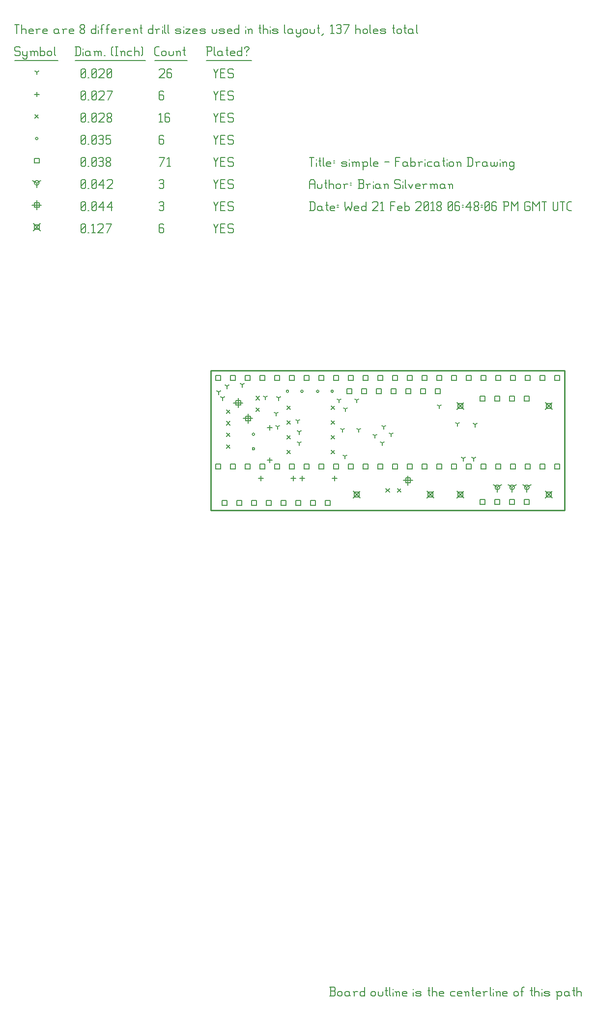
<source format=gbr>
G04 start of page 10 for group -3984 idx -3984 *
G04 Title: simple, fab *
G04 Creator: pcb 20140316 *
G04 CreationDate: Wed 21 Feb 2018 06:48:06 PM GMT UTC *
G04 For: brian *
G04 Format: Gerber/RS-274X *
G04 PCB-Dimensions (mil): 6000.00 5000.00 *
G04 PCB-Coordinate-Origin: lower left *
%MOIN*%
%FSLAX25Y25*%
%LNFAB*%
%ADD84C,0.0100*%
%ADD83C,0.0075*%
%ADD82C,0.0060*%
%ADD81C,0.0080*%
G54D81*X229600Y332400D02*X234400Y327600D01*
X229600D02*X234400Y332400D01*
X230400Y331600D02*X233600D01*
X230400D02*Y328400D01*
X233600D01*
Y331600D02*Y328400D01*
X279600Y332400D02*X284400Y327600D01*
X279600D02*X284400Y332400D01*
X280400Y331600D02*X283600D01*
X280400D02*Y328400D01*
X283600D01*
Y331600D02*Y328400D01*
X300100Y392400D02*X304900Y387600D01*
X300100D02*X304900Y392400D01*
X300900Y391600D02*X304100D01*
X300900D02*Y388400D01*
X304100D01*
Y391600D02*Y388400D01*
X360100Y392400D02*X364900Y387600D01*
X360100D02*X364900Y392400D01*
X360900Y391600D02*X364100D01*
X360900D02*Y388400D01*
X364100D01*
Y391600D02*Y388400D01*
X300100Y332400D02*X304900Y327600D01*
X300100D02*X304900Y332400D01*
X300900Y331600D02*X304100D01*
X300900D02*Y328400D01*
X304100D01*
Y331600D02*Y328400D01*
X360100Y332400D02*X364900Y327600D01*
X360100D02*X364900Y332400D01*
X360900Y331600D02*X364100D01*
X360900D02*Y328400D01*
X364100D01*
Y331600D02*Y328400D01*
X12600Y513650D02*X17400Y508850D01*
X12600D02*X17400Y513650D01*
X13400Y512850D02*X16600D01*
X13400D02*Y509650D01*
X16600D01*
Y512850D02*Y509650D01*
G54D82*X135000Y513500D02*X136500Y510500D01*
X138000Y513500D01*
X136500Y510500D02*Y507500D01*
X139800Y510800D02*X142050D01*
X139800Y507500D02*X142800D01*
X139800Y513500D02*Y507500D01*
Y513500D02*X142800D01*
X147600D02*X148350Y512750D01*
X145350Y513500D02*X147600D01*
X144600Y512750D02*X145350Y513500D01*
X144600Y512750D02*Y511250D01*
X145350Y510500D01*
X147600D01*
X148350Y509750D01*
Y508250D01*
X147600Y507500D02*X148350Y508250D01*
X145350Y507500D02*X147600D01*
X144600Y508250D02*X145350Y507500D01*
X100250Y513500D02*X101000Y512750D01*
X98750Y513500D02*X100250D01*
X98000Y512750D02*X98750Y513500D01*
X98000Y512750D02*Y508250D01*
X98750Y507500D01*
X100250Y510800D02*X101000Y510050D01*
X98000Y510800D02*X100250D01*
X98750Y507500D02*X100250D01*
X101000Y508250D01*
Y510050D02*Y508250D01*
X45000D02*X45750Y507500D01*
X45000Y512750D02*Y508250D01*
Y512750D02*X45750Y513500D01*
X47250D01*
X48000Y512750D01*
Y508250D01*
X47250Y507500D02*X48000Y508250D01*
X45750Y507500D02*X47250D01*
X45000Y509000D02*X48000Y512000D01*
X49800Y507500D02*X50550D01*
X52350Y512300D02*X53550Y513500D01*
Y507500D01*
X52350D02*X54600D01*
X56400Y512750D02*X57150Y513500D01*
X59400D01*
X60150Y512750D01*
Y511250D01*
X56400Y507500D02*X60150Y511250D01*
X56400Y507500D02*X60150D01*
X62700D02*X65700Y513500D01*
X61950D02*X65700D01*
X151693Y395417D02*Y389017D01*
X148493Y392217D02*X154893D01*
X150093Y393817D02*X153293D01*
X150093D02*Y390617D01*
X153293D01*
Y393817D02*Y390617D01*
X158307Y384857D02*Y378457D01*
X155107Y381657D02*X161507D01*
X156707Y383257D02*X159907D01*
X156707D02*Y380057D01*
X159907D01*
Y383257D02*Y380057D01*
X266843Y342893D02*Y336493D01*
X263643Y339693D02*X270043D01*
X265243Y341293D02*X268443D01*
X265243D02*Y338093D01*
X268443D01*
Y341293D02*Y338093D01*
X15000Y529450D02*Y523050D01*
X11800Y526250D02*X18200D01*
X13400Y527850D02*X16600D01*
X13400D02*Y524650D01*
X16600D01*
Y527850D02*Y524650D01*
X135000Y528500D02*X136500Y525500D01*
X138000Y528500D01*
X136500Y525500D02*Y522500D01*
X139800Y525800D02*X142050D01*
X139800Y522500D02*X142800D01*
X139800Y528500D02*Y522500D01*
Y528500D02*X142800D01*
X147600D02*X148350Y527750D01*
X145350Y528500D02*X147600D01*
X144600Y527750D02*X145350Y528500D01*
X144600Y527750D02*Y526250D01*
X145350Y525500D01*
X147600D01*
X148350Y524750D01*
Y523250D01*
X147600Y522500D02*X148350Y523250D01*
X145350Y522500D02*X147600D01*
X144600Y523250D02*X145350Y522500D01*
X98000Y527750D02*X98750Y528500D01*
X100250D01*
X101000Y527750D01*
X100250Y522500D02*X101000Y523250D01*
X98750Y522500D02*X100250D01*
X98000Y523250D02*X98750Y522500D01*
Y525800D02*X100250D01*
X101000Y527750D02*Y526550D01*
Y525050D02*Y523250D01*
Y525050D02*X100250Y525800D01*
X101000Y526550D02*X100250Y525800D01*
X45000Y523250D02*X45750Y522500D01*
X45000Y527750D02*Y523250D01*
Y527750D02*X45750Y528500D01*
X47250D01*
X48000Y527750D01*
Y523250D01*
X47250Y522500D02*X48000Y523250D01*
X45750Y522500D02*X47250D01*
X45000Y524000D02*X48000Y527000D01*
X49800Y522500D02*X50550D01*
X52350Y523250D02*X53100Y522500D01*
X52350Y527750D02*Y523250D01*
Y527750D02*X53100Y528500D01*
X54600D01*
X55350Y527750D01*
Y523250D01*
X54600Y522500D02*X55350Y523250D01*
X53100Y522500D02*X54600D01*
X52350Y524000D02*X55350Y527000D01*
X57150Y524750D02*X60150Y528500D01*
X57150Y524750D02*X60900D01*
X60150Y528500D02*Y522500D01*
X62700Y524750D02*X65700Y528500D01*
X62700Y524750D02*X66450D01*
X65700Y528500D02*Y522500D01*
X347500Y335000D02*Y331800D01*
Y335000D02*X350273Y336600D01*
X347500Y335000D02*X344727Y336600D01*
X345900Y335000D02*G75*G03X349100Y335000I1600J0D01*G01*
G75*G03X345900Y335000I-1600J0D01*G01*
X337500D02*Y331800D01*
Y335000D02*X340273Y336600D01*
X337500Y335000D02*X334727Y336600D01*
X335900Y335000D02*G75*G03X339100Y335000I1600J0D01*G01*
G75*G03X335900Y335000I-1600J0D01*G01*
X327500D02*Y331800D01*
Y335000D02*X330273Y336600D01*
X327500Y335000D02*X324727Y336600D01*
X325900Y335000D02*G75*G03X329100Y335000I1600J0D01*G01*
G75*G03X325900Y335000I-1600J0D01*G01*
X15000Y541250D02*Y538050D01*
Y541250D02*X17773Y542850D01*
X15000Y541250D02*X12227Y542850D01*
X13400Y541250D02*G75*G03X16600Y541250I1600J0D01*G01*
G75*G03X13400Y541250I-1600J0D01*G01*
X135000Y543500D02*X136500Y540500D01*
X138000Y543500D01*
X136500Y540500D02*Y537500D01*
X139800Y540800D02*X142050D01*
X139800Y537500D02*X142800D01*
X139800Y543500D02*Y537500D01*
Y543500D02*X142800D01*
X147600D02*X148350Y542750D01*
X145350Y543500D02*X147600D01*
X144600Y542750D02*X145350Y543500D01*
X144600Y542750D02*Y541250D01*
X145350Y540500D01*
X147600D01*
X148350Y539750D01*
Y538250D01*
X147600Y537500D02*X148350Y538250D01*
X145350Y537500D02*X147600D01*
X144600Y538250D02*X145350Y537500D01*
X98000Y542750D02*X98750Y543500D01*
X100250D01*
X101000Y542750D01*
X100250Y537500D02*X101000Y538250D01*
X98750Y537500D02*X100250D01*
X98000Y538250D02*X98750Y537500D01*
Y540800D02*X100250D01*
X101000Y542750D02*Y541550D01*
Y540050D02*Y538250D01*
Y540050D02*X100250Y540800D01*
X101000Y541550D02*X100250Y540800D01*
X45000Y538250D02*X45750Y537500D01*
X45000Y542750D02*Y538250D01*
Y542750D02*X45750Y543500D01*
X47250D01*
X48000Y542750D01*
Y538250D01*
X47250Y537500D02*X48000Y538250D01*
X45750Y537500D02*X47250D01*
X45000Y539000D02*X48000Y542000D01*
X49800Y537500D02*X50550D01*
X52350Y538250D02*X53100Y537500D01*
X52350Y542750D02*Y538250D01*
Y542750D02*X53100Y543500D01*
X54600D01*
X55350Y542750D01*
Y538250D01*
X54600Y537500D02*X55350Y538250D01*
X53100Y537500D02*X54600D01*
X52350Y539000D02*X55350Y542000D01*
X57150Y539750D02*X60150Y543500D01*
X57150Y539750D02*X60900D01*
X60150Y543500D02*Y537500D01*
X62700Y542750D02*X63450Y543500D01*
X65700D01*
X66450Y542750D01*
Y541250D01*
X62700Y537500D02*X66450Y541250D01*
X62700Y537500D02*X66450D01*
X136400Y350600D02*X139600D01*
X136400D02*Y347400D01*
X139600D01*
Y350600D02*Y347400D01*
X146400Y350600D02*X149600D01*
X146400D02*Y347400D01*
X149600D01*
Y350600D02*Y347400D01*
X156400Y350600D02*X159600D01*
X156400D02*Y347400D01*
X159600D01*
Y350600D02*Y347400D01*
X166400Y350600D02*X169600D01*
X166400D02*Y347400D01*
X169600D01*
Y350600D02*Y347400D01*
X176400Y350600D02*X179600D01*
X176400D02*Y347400D01*
X179600D01*
Y350600D02*Y347400D01*
X186400Y350600D02*X189600D01*
X186400D02*Y347400D01*
X189600D01*
Y350600D02*Y347400D01*
X196400Y350600D02*X199600D01*
X196400D02*Y347400D01*
X199600D01*
Y350600D02*Y347400D01*
X206400Y350600D02*X209600D01*
X206400D02*Y347400D01*
X209600D01*
Y350600D02*Y347400D01*
X216400Y350600D02*X219600D01*
X216400D02*Y347400D01*
X219600D01*
Y350600D02*Y347400D01*
X226400Y350600D02*X229600D01*
X226400D02*Y347400D01*
X229600D01*
Y350600D02*Y347400D01*
X236400Y350600D02*X239600D01*
X236400D02*Y347400D01*
X239600D01*
Y350600D02*Y347400D01*
X246400Y350600D02*X249600D01*
X246400D02*Y347400D01*
X249600D01*
Y350600D02*Y347400D01*
X256400Y350600D02*X259600D01*
X256400D02*Y347400D01*
X259600D01*
Y350600D02*Y347400D01*
X266400Y350600D02*X269600D01*
X266400D02*Y347400D01*
X269600D01*
Y350600D02*Y347400D01*
X276400Y350600D02*X279600D01*
X276400D02*Y347400D01*
X279600D01*
Y350600D02*Y347400D01*
X286400Y350600D02*X289600D01*
X286400D02*Y347400D01*
X289600D01*
Y350600D02*Y347400D01*
X296400Y350600D02*X299600D01*
X296400D02*Y347400D01*
X299600D01*
Y350600D02*Y347400D01*
X306400Y350600D02*X309600D01*
X306400D02*Y347400D01*
X309600D01*
Y350600D02*Y347400D01*
X316400Y350600D02*X319600D01*
X316400D02*Y347400D01*
X319600D01*
Y350600D02*Y347400D01*
X326400Y350600D02*X329600D01*
X326400D02*Y347400D01*
X329600D01*
Y350600D02*Y347400D01*
X336400Y350600D02*X339600D01*
X336400D02*Y347400D01*
X339600D01*
Y350600D02*Y347400D01*
X346400Y350600D02*X349600D01*
X346400D02*Y347400D01*
X349600D01*
Y350600D02*Y347400D01*
X356400Y350600D02*X359600D01*
X356400D02*Y347400D01*
X359600D01*
Y350600D02*Y347400D01*
X366400Y350600D02*X369600D01*
X366400D02*Y347400D01*
X369600D01*
Y350600D02*Y347400D01*
X366400Y410600D02*X369600D01*
X366400D02*Y407400D01*
X369600D01*
Y410600D02*Y407400D01*
X356400Y410600D02*X359600D01*
X356400D02*Y407400D01*
X359600D01*
Y410600D02*Y407400D01*
X346400Y410600D02*X349600D01*
X346400D02*Y407400D01*
X349600D01*
Y410600D02*Y407400D01*
X336400Y410600D02*X339600D01*
X336400D02*Y407400D01*
X339600D01*
Y410600D02*Y407400D01*
X326400Y410600D02*X329600D01*
X326400D02*Y407400D01*
X329600D01*
Y410600D02*Y407400D01*
X316400Y410600D02*X319600D01*
X316400D02*Y407400D01*
X319600D01*
Y410600D02*Y407400D01*
X306400Y410600D02*X309600D01*
X306400D02*Y407400D01*
X309600D01*
Y410600D02*Y407400D01*
X296400Y410600D02*X299600D01*
X296400D02*Y407400D01*
X299600D01*
Y410600D02*Y407400D01*
X286400Y410600D02*X289600D01*
X286400D02*Y407400D01*
X289600D01*
Y410600D02*Y407400D01*
X276400Y410600D02*X279600D01*
X276400D02*Y407400D01*
X279600D01*
Y410600D02*Y407400D01*
X266400Y410600D02*X269600D01*
X266400D02*Y407400D01*
X269600D01*
Y410600D02*Y407400D01*
X256400Y410600D02*X259600D01*
X256400D02*Y407400D01*
X259600D01*
Y410600D02*Y407400D01*
X246400Y410600D02*X249600D01*
X246400D02*Y407400D01*
X249600D01*
Y410600D02*Y407400D01*
X236400Y410600D02*X239600D01*
X236400D02*Y407400D01*
X239600D01*
Y410600D02*Y407400D01*
X226400Y410600D02*X229600D01*
X226400D02*Y407400D01*
X229600D01*
Y410600D02*Y407400D01*
X216400Y410600D02*X219600D01*
X216400D02*Y407400D01*
X219600D01*
Y410600D02*Y407400D01*
X206400Y410600D02*X209600D01*
X206400D02*Y407400D01*
X209600D01*
Y410600D02*Y407400D01*
X196400Y410600D02*X199600D01*
X196400D02*Y407400D01*
X199600D01*
Y410600D02*Y407400D01*
X186400Y410600D02*X189600D01*
X186400D02*Y407400D01*
X189600D01*
Y410600D02*Y407400D01*
X176400Y410600D02*X179600D01*
X176400D02*Y407400D01*
X179600D01*
Y410600D02*Y407400D01*
X166400Y410600D02*X169600D01*
X166400D02*Y407400D01*
X169600D01*
Y410600D02*Y407400D01*
X156400Y410600D02*X159600D01*
X156400D02*Y407400D01*
X159600D01*
Y410600D02*Y407400D01*
X146400Y410600D02*X149600D01*
X146400D02*Y407400D01*
X149600D01*
Y410600D02*Y407400D01*
X136400Y410600D02*X139600D01*
X136400D02*Y407400D01*
X139600D01*
Y410600D02*Y407400D01*
X140900Y326100D02*X144100D01*
X140900D02*Y322900D01*
X144100D01*
Y326100D02*Y322900D01*
X150900Y326100D02*X154100D01*
X150900D02*Y322900D01*
X154100D01*
Y326100D02*Y322900D01*
X160900Y326100D02*X164100D01*
X160900D02*Y322900D01*
X164100D01*
Y326100D02*Y322900D01*
X170900Y326100D02*X174100D01*
X170900D02*Y322900D01*
X174100D01*
Y326100D02*Y322900D01*
X180900Y326100D02*X184100D01*
X180900D02*Y322900D01*
X184100D01*
Y326100D02*Y322900D01*
X190900Y326100D02*X194100D01*
X190900D02*Y322900D01*
X194100D01*
Y326100D02*Y322900D01*
X200900Y326100D02*X204100D01*
X200900D02*Y322900D01*
X204100D01*
Y326100D02*Y322900D01*
X210900Y326100D02*X214100D01*
X210900D02*Y322900D01*
X214100D01*
Y326100D02*Y322900D01*
X225400Y401600D02*X228600D01*
X225400D02*Y398400D01*
X228600D01*
Y401600D02*Y398400D01*
X235400Y401600D02*X238600D01*
X235400D02*Y398400D01*
X238600D01*
Y401600D02*Y398400D01*
X245400Y401600D02*X248600D01*
X245400D02*Y398400D01*
X248600D01*
Y401600D02*Y398400D01*
X255400Y401600D02*X258600D01*
X255400D02*Y398400D01*
X258600D01*
Y401600D02*Y398400D01*
X265400Y401600D02*X268600D01*
X265400D02*Y398400D01*
X268600D01*
Y401600D02*Y398400D01*
X275400Y401600D02*X278600D01*
X275400D02*Y398400D01*
X278600D01*
Y401600D02*Y398400D01*
X285400Y401600D02*X288600D01*
X285400D02*Y398400D01*
X288600D01*
Y401600D02*Y398400D01*
X345900Y396600D02*X349100D01*
X345900D02*Y393400D01*
X349100D01*
Y396600D02*Y393400D01*
X335900Y396600D02*X339100D01*
X335900D02*Y393400D01*
X339100D01*
Y396600D02*Y393400D01*
X325900Y396600D02*X329100D01*
X325900D02*Y393400D01*
X329100D01*
Y396600D02*Y393400D01*
X315900Y396600D02*X319100D01*
X315900D02*Y393400D01*
X319100D01*
Y396600D02*Y393400D01*
X345900Y326600D02*X349100D01*
X345900D02*Y323400D01*
X349100D01*
Y326600D02*Y323400D01*
X335900Y326600D02*X339100D01*
X335900D02*Y323400D01*
X339100D01*
Y326600D02*Y323400D01*
X325900Y326600D02*X329100D01*
X325900D02*Y323400D01*
X329100D01*
Y326600D02*Y323400D01*
X315900Y326600D02*X319100D01*
X315900D02*Y323400D01*
X319100D01*
Y326600D02*Y323400D01*
X13400Y557850D02*X16600D01*
X13400D02*Y554650D01*
X16600D01*
Y557850D02*Y554650D01*
X135000Y558500D02*X136500Y555500D01*
X138000Y558500D01*
X136500Y555500D02*Y552500D01*
X139800Y555800D02*X142050D01*
X139800Y552500D02*X142800D01*
X139800Y558500D02*Y552500D01*
Y558500D02*X142800D01*
X147600D02*X148350Y557750D01*
X145350Y558500D02*X147600D01*
X144600Y557750D02*X145350Y558500D01*
X144600Y557750D02*Y556250D01*
X145350Y555500D01*
X147600D01*
X148350Y554750D01*
Y553250D01*
X147600Y552500D02*X148350Y553250D01*
X145350Y552500D02*X147600D01*
X144600Y553250D02*X145350Y552500D01*
X98750D02*X101750Y558500D01*
X98000D02*X101750D01*
X103550Y557300D02*X104750Y558500D01*
Y552500D01*
X103550D02*X105800D01*
X45000Y553250D02*X45750Y552500D01*
X45000Y557750D02*Y553250D01*
Y557750D02*X45750Y558500D01*
X47250D01*
X48000Y557750D01*
Y553250D01*
X47250Y552500D02*X48000Y553250D01*
X45750Y552500D02*X47250D01*
X45000Y554000D02*X48000Y557000D01*
X49800Y552500D02*X50550D01*
X52350Y553250D02*X53100Y552500D01*
X52350Y557750D02*Y553250D01*
Y557750D02*X53100Y558500D01*
X54600D01*
X55350Y557750D01*
Y553250D01*
X54600Y552500D02*X55350Y553250D01*
X53100Y552500D02*X54600D01*
X52350Y554000D02*X55350Y557000D01*
X57150Y557750D02*X57900Y558500D01*
X59400D01*
X60150Y557750D01*
X59400Y552500D02*X60150Y553250D01*
X57900Y552500D02*X59400D01*
X57150Y553250D02*X57900Y552500D01*
Y555800D02*X59400D01*
X60150Y557750D02*Y556550D01*
Y555050D02*Y553250D01*
Y555050D02*X59400Y555800D01*
X60150Y556550D02*X59400Y555800D01*
X61950Y553250D02*X62700Y552500D01*
X61950Y554450D02*Y553250D01*
Y554450D02*X63000Y555500D01*
X63900D01*
X64950Y554450D01*
Y553250D01*
X64200Y552500D02*X64950Y553250D01*
X62700Y552500D02*X64200D01*
X61950Y556550D02*X63000Y555500D01*
X61950Y557750D02*Y556550D01*
Y557750D02*X62700Y558500D01*
X64200D01*
X64950Y557750D01*
Y556550D01*
X63900Y555500D02*X64950Y556550D01*
X184279Y400000D02*G75*G03X185879Y400000I800J0D01*G01*
G75*G03X184279Y400000I-800J0D01*G01*
X194121D02*G75*G03X195721Y400000I800J0D01*G01*
G75*G03X194121Y400000I-800J0D01*G01*
X214621D02*G75*G03X216221Y400000I800J0D01*G01*
G75*G03X214621Y400000I-800J0D01*G01*
X204779D02*G75*G03X206379Y400000I800J0D01*G01*
G75*G03X204779Y400000I-800J0D01*G01*
X161200Y361079D02*G75*G03X162800Y361079I800J0D01*G01*
G75*G03X161200Y361079I-800J0D01*G01*
Y370921D02*G75*G03X162800Y370921I800J0D01*G01*
G75*G03X161200Y370921I-800J0D01*G01*
X14200Y571250D02*G75*G03X15800Y571250I800J0D01*G01*
G75*G03X14200Y571250I-800J0D01*G01*
X135000Y573500D02*X136500Y570500D01*
X138000Y573500D01*
X136500Y570500D02*Y567500D01*
X139800Y570800D02*X142050D01*
X139800Y567500D02*X142800D01*
X139800Y573500D02*Y567500D01*
Y573500D02*X142800D01*
X147600D02*X148350Y572750D01*
X145350Y573500D02*X147600D01*
X144600Y572750D02*X145350Y573500D01*
X144600Y572750D02*Y571250D01*
X145350Y570500D01*
X147600D01*
X148350Y569750D01*
Y568250D01*
X147600Y567500D02*X148350Y568250D01*
X145350Y567500D02*X147600D01*
X144600Y568250D02*X145350Y567500D01*
X100250Y573500D02*X101000Y572750D01*
X98750Y573500D02*X100250D01*
X98000Y572750D02*X98750Y573500D01*
X98000Y572750D02*Y568250D01*
X98750Y567500D01*
X100250Y570800D02*X101000Y570050D01*
X98000Y570800D02*X100250D01*
X98750Y567500D02*X100250D01*
X101000Y568250D01*
Y570050D02*Y568250D01*
X45000D02*X45750Y567500D01*
X45000Y572750D02*Y568250D01*
Y572750D02*X45750Y573500D01*
X47250D01*
X48000Y572750D01*
Y568250D01*
X47250Y567500D02*X48000Y568250D01*
X45750Y567500D02*X47250D01*
X45000Y569000D02*X48000Y572000D01*
X49800Y567500D02*X50550D01*
X52350Y568250D02*X53100Y567500D01*
X52350Y572750D02*Y568250D01*
Y572750D02*X53100Y573500D01*
X54600D01*
X55350Y572750D01*
Y568250D01*
X54600Y567500D02*X55350Y568250D01*
X53100Y567500D02*X54600D01*
X52350Y569000D02*X55350Y572000D01*
X57150Y572750D02*X57900Y573500D01*
X59400D01*
X60150Y572750D01*
X59400Y567500D02*X60150Y568250D01*
X57900Y567500D02*X59400D01*
X57150Y568250D02*X57900Y567500D01*
Y570800D02*X59400D01*
X60150Y572750D02*Y571550D01*
Y570050D02*Y568250D01*
Y570050D02*X59400Y570800D01*
X60150Y571550D02*X59400Y570800D01*
X61950Y573500D02*X64950D01*
X61950D02*Y570500D01*
X62700Y571250D01*
X64200D01*
X64950Y570500D01*
Y568250D01*
X64200Y567500D02*X64950Y568250D01*
X62700Y567500D02*X64200D01*
X61950Y568250D02*X62700Y567500D01*
X143800Y363889D02*X146200Y361489D01*
X143800D02*X146200Y363889D01*
X143800Y371763D02*X146200Y369363D01*
X143800D02*X146200Y371763D01*
X143800Y379637D02*X146200Y377237D01*
X143800D02*X146200Y379637D01*
X143800Y387511D02*X146200Y385111D01*
X143800D02*X146200Y387511D01*
X163800Y396637D02*X166200Y394237D01*
X163800D02*X166200Y396637D01*
X163800Y388763D02*X166200Y386363D01*
X163800D02*X166200Y388763D01*
X251863Y334200D02*X254263Y331800D01*
X251863D02*X254263Y334200D01*
X259737D02*X262137Y331800D01*
X259737D02*X262137Y334200D01*
X184800Y360200D02*X187200Y357800D01*
X184800D02*X187200Y360200D01*
X184800Y370200D02*X187200Y367800D01*
X184800D02*X187200Y370200D01*
X184800Y380200D02*X187200Y377800D01*
X184800D02*X187200Y380200D01*
X184800Y390200D02*X187200Y387800D01*
X184800D02*X187200Y390200D01*
X214800D02*X217200Y387800D01*
X214800D02*X217200Y390200D01*
X214800Y380200D02*X217200Y377800D01*
X214800D02*X217200Y380200D01*
X214800Y370200D02*X217200Y367800D01*
X214800D02*X217200Y370200D01*
X214800Y360200D02*X217200Y357800D01*
X214800D02*X217200Y360200D01*
X13800Y587450D02*X16200Y585050D01*
X13800D02*X16200Y587450D01*
X135000Y588500D02*X136500Y585500D01*
X138000Y588500D01*
X136500Y585500D02*Y582500D01*
X139800Y585800D02*X142050D01*
X139800Y582500D02*X142800D01*
X139800Y588500D02*Y582500D01*
Y588500D02*X142800D01*
X147600D02*X148350Y587750D01*
X145350Y588500D02*X147600D01*
X144600Y587750D02*X145350Y588500D01*
X144600Y587750D02*Y586250D01*
X145350Y585500D01*
X147600D01*
X148350Y584750D01*
Y583250D01*
X147600Y582500D02*X148350Y583250D01*
X145350Y582500D02*X147600D01*
X144600Y583250D02*X145350Y582500D01*
X98000Y587300D02*X99200Y588500D01*
Y582500D01*
X98000D02*X100250D01*
X104300Y588500D02*X105050Y587750D01*
X102800Y588500D02*X104300D01*
X102050Y587750D02*X102800Y588500D01*
X102050Y587750D02*Y583250D01*
X102800Y582500D01*
X104300Y585800D02*X105050Y585050D01*
X102050Y585800D02*X104300D01*
X102800Y582500D02*X104300D01*
X105050Y583250D01*
Y585050D02*Y583250D01*
X45000D02*X45750Y582500D01*
X45000Y587750D02*Y583250D01*
Y587750D02*X45750Y588500D01*
X47250D01*
X48000Y587750D01*
Y583250D01*
X47250Y582500D02*X48000Y583250D01*
X45750Y582500D02*X47250D01*
X45000Y584000D02*X48000Y587000D01*
X49800Y582500D02*X50550D01*
X52350Y583250D02*X53100Y582500D01*
X52350Y587750D02*Y583250D01*
Y587750D02*X53100Y588500D01*
X54600D01*
X55350Y587750D01*
Y583250D01*
X54600Y582500D02*X55350Y583250D01*
X53100Y582500D02*X54600D01*
X52350Y584000D02*X55350Y587000D01*
X57150Y587750D02*X57900Y588500D01*
X60150D01*
X60900Y587750D01*
Y586250D01*
X57150Y582500D02*X60900Y586250D01*
X57150Y582500D02*X60900D01*
X62700Y583250D02*X63450Y582500D01*
X62700Y584450D02*Y583250D01*
Y584450D02*X63750Y585500D01*
X64650D01*
X65700Y584450D01*
Y583250D01*
X64950Y582500D02*X65700Y583250D01*
X63450Y582500D02*X64950D01*
X62700Y586550D02*X63750Y585500D01*
X62700Y587750D02*Y586550D01*
Y587750D02*X63450Y588500D01*
X64950D01*
X65700Y587750D01*
Y586550D01*
X64650Y585500D02*X65700Y586550D01*
X173000Y377124D02*Y373924D01*
X171400Y375524D02*X174600D01*
X173000Y355076D02*Y351876D01*
X171400Y353476D02*X174600D01*
X194976Y342600D02*Y339400D01*
X193376Y341000D02*X196576D01*
X217024Y342600D02*Y339400D01*
X215424Y341000D02*X218624D01*
X166976Y342600D02*Y339400D01*
X165376Y341000D02*X168576D01*
X189024Y342600D02*Y339400D01*
X187424Y341000D02*X190624D01*
X15000Y602850D02*Y599650D01*
X13400Y601250D02*X16600D01*
X135000Y603500D02*X136500Y600500D01*
X138000Y603500D01*
X136500Y600500D02*Y597500D01*
X139800Y600800D02*X142050D01*
X139800Y597500D02*X142800D01*
X139800Y603500D02*Y597500D01*
Y603500D02*X142800D01*
X147600D02*X148350Y602750D01*
X145350Y603500D02*X147600D01*
X144600Y602750D02*X145350Y603500D01*
X144600Y602750D02*Y601250D01*
X145350Y600500D01*
X147600D01*
X148350Y599750D01*
Y598250D01*
X147600Y597500D02*X148350Y598250D01*
X145350Y597500D02*X147600D01*
X144600Y598250D02*X145350Y597500D01*
X100250Y603500D02*X101000Y602750D01*
X98750Y603500D02*X100250D01*
X98000Y602750D02*X98750Y603500D01*
X98000Y602750D02*Y598250D01*
X98750Y597500D01*
X100250Y600800D02*X101000Y600050D01*
X98000Y600800D02*X100250D01*
X98750Y597500D02*X100250D01*
X101000Y598250D01*
Y600050D02*Y598250D01*
X45000D02*X45750Y597500D01*
X45000Y602750D02*Y598250D01*
Y602750D02*X45750Y603500D01*
X47250D01*
X48000Y602750D01*
Y598250D01*
X47250Y597500D02*X48000Y598250D01*
X45750Y597500D02*X47250D01*
X45000Y599000D02*X48000Y602000D01*
X49800Y597500D02*X50550D01*
X52350Y598250D02*X53100Y597500D01*
X52350Y602750D02*Y598250D01*
Y602750D02*X53100Y603500D01*
X54600D01*
X55350Y602750D01*
Y598250D01*
X54600Y597500D02*X55350Y598250D01*
X53100Y597500D02*X54600D01*
X52350Y599000D02*X55350Y602000D01*
X57150Y602750D02*X57900Y603500D01*
X60150D01*
X60900Y602750D01*
Y601250D01*
X57150Y597500D02*X60900Y601250D01*
X57150Y597500D02*X60900D01*
X63450D02*X66450Y603500D01*
X62700D02*X66450D01*
X224000Y356000D02*Y354400D01*
Y356000D02*X225387Y356800D01*
X224000Y356000D02*X222613Y356800D01*
X224500Y388000D02*Y386400D01*
Y388000D02*X225887Y388800D01*
X224500Y388000D02*X223113Y388800D01*
X288000Y390000D02*Y388400D01*
Y390000D02*X289387Y390800D01*
X288000Y390000D02*X286613Y390800D01*
X300500Y378000D02*Y376400D01*
Y378000D02*X301887Y378800D01*
X300500Y378000D02*X299113Y378800D01*
X312500Y377500D02*Y375900D01*
Y377500D02*X313887Y378300D01*
X312500Y377500D02*X311113Y378300D01*
X311500Y354500D02*Y352900D01*
Y354500D02*X312887Y355300D01*
X311500Y354500D02*X310113Y355300D01*
X304500Y354500D02*Y352900D01*
Y354500D02*X305887Y355300D01*
X304500Y354500D02*X303113Y355300D01*
X179000Y395500D02*Y393900D01*
Y395500D02*X180387Y396300D01*
X179000Y395500D02*X177613Y396300D01*
X220000Y394000D02*Y392400D01*
Y394000D02*X221387Y394800D01*
X220000Y394000D02*X218613Y394800D01*
X232000Y394000D02*Y392400D01*
Y394000D02*X233387Y394800D01*
X232000Y394000D02*X230613Y394800D01*
X192000Y380000D02*Y378400D01*
Y380000D02*X193387Y380800D01*
X192000Y380000D02*X190613Y380800D01*
X222500Y374000D02*Y372400D01*
Y374000D02*X223887Y374800D01*
X222500Y374000D02*X221113Y374800D01*
X233500Y374000D02*Y372400D01*
Y374000D02*X234887Y374800D01*
X233500Y374000D02*X232113Y374800D01*
X244500Y370000D02*Y368400D01*
Y370000D02*X245887Y370800D01*
X244500Y370000D02*X243113Y370800D01*
X249500Y365000D02*Y363400D01*
Y365000D02*X250887Y365800D01*
X249500Y365000D02*X248113Y365800D01*
X255500Y371000D02*Y369400D01*
Y371000D02*X256887Y371800D01*
X255500Y371000D02*X254113Y371800D01*
X250500Y376000D02*Y374400D01*
Y376000D02*X251887Y376800D01*
X250500Y376000D02*X249113Y376800D01*
X141000Y395500D02*Y393900D01*
Y395500D02*X142387Y396300D01*
X141000Y395500D02*X139613Y396300D01*
X170000Y396000D02*Y394400D01*
Y396000D02*X171387Y396800D01*
X170000Y396000D02*X168613Y396800D01*
X144000Y403500D02*Y401900D01*
Y403500D02*X145387Y404300D01*
X144000Y403500D02*X142613Y404300D01*
X154500Y404500D02*Y402900D01*
Y404500D02*X155887Y405300D01*
X154500Y404500D02*X153113Y405300D01*
X138500Y399500D02*Y397900D01*
Y399500D02*X139887Y400300D01*
X138500Y399500D02*X137113Y400300D01*
X177500Y385000D02*Y383400D01*
Y385000D02*X178887Y385800D01*
X177500Y385000D02*X176113Y385800D01*
X178500Y376000D02*Y374400D01*
Y376000D02*X179887Y376800D01*
X178500Y376000D02*X177113Y376800D01*
X193000Y365000D02*Y363400D01*
Y365000D02*X194387Y365800D01*
X193000Y365000D02*X191613Y365800D01*
X193000Y372500D02*Y370900D01*
Y372500D02*X194387Y373300D01*
X193000Y372500D02*X191613Y373300D01*
X15000Y616250D02*Y614650D01*
Y616250D02*X16387Y617050D01*
X15000Y616250D02*X13613Y617050D01*
X135000Y618500D02*X136500Y615500D01*
X138000Y618500D01*
X136500Y615500D02*Y612500D01*
X139800Y615800D02*X142050D01*
X139800Y612500D02*X142800D01*
X139800Y618500D02*Y612500D01*
Y618500D02*X142800D01*
X147600D02*X148350Y617750D01*
X145350Y618500D02*X147600D01*
X144600Y617750D02*X145350Y618500D01*
X144600Y617750D02*Y616250D01*
X145350Y615500D01*
X147600D01*
X148350Y614750D01*
Y613250D01*
X147600Y612500D02*X148350Y613250D01*
X145350Y612500D02*X147600D01*
X144600Y613250D02*X145350Y612500D01*
X98000Y617750D02*X98750Y618500D01*
X101000D01*
X101750Y617750D01*
Y616250D01*
X98000Y612500D02*X101750Y616250D01*
X98000Y612500D02*X101750D01*
X105800Y618500D02*X106550Y617750D01*
X104300Y618500D02*X105800D01*
X103550Y617750D02*X104300Y618500D01*
X103550Y617750D02*Y613250D01*
X104300Y612500D01*
X105800Y615800D02*X106550Y615050D01*
X103550Y615800D02*X105800D01*
X104300Y612500D02*X105800D01*
X106550Y613250D01*
Y615050D02*Y613250D01*
X45000D02*X45750Y612500D01*
X45000Y617750D02*Y613250D01*
Y617750D02*X45750Y618500D01*
X47250D01*
X48000Y617750D01*
Y613250D01*
X47250Y612500D02*X48000Y613250D01*
X45750Y612500D02*X47250D01*
X45000Y614000D02*X48000Y617000D01*
X49800Y612500D02*X50550D01*
X52350Y613250D02*X53100Y612500D01*
X52350Y617750D02*Y613250D01*
Y617750D02*X53100Y618500D01*
X54600D01*
X55350Y617750D01*
Y613250D01*
X54600Y612500D02*X55350Y613250D01*
X53100Y612500D02*X54600D01*
X52350Y614000D02*X55350Y617000D01*
X57150Y617750D02*X57900Y618500D01*
X60150D01*
X60900Y617750D01*
Y616250D01*
X57150Y612500D02*X60900Y616250D01*
X57150Y612500D02*X60900D01*
X62700Y613250D02*X63450Y612500D01*
X62700Y617750D02*Y613250D01*
Y617750D02*X63450Y618500D01*
X64950D01*
X65700Y617750D01*
Y613250D01*
X64950Y612500D02*X65700Y613250D01*
X63450Y612500D02*X64950D01*
X62700Y614000D02*X65700Y617000D01*
X3000Y633500D02*X3750Y632750D01*
X750Y633500D02*X3000D01*
X0Y632750D02*X750Y633500D01*
X0Y632750D02*Y631250D01*
X750Y630500D01*
X3000D01*
X3750Y629750D01*
Y628250D01*
X3000Y627500D02*X3750Y628250D01*
X750Y627500D02*X3000D01*
X0Y628250D02*X750Y627500D01*
X5550Y630500D02*Y628250D01*
X6300Y627500D01*
X8550Y630500D02*Y626000D01*
X7800Y625250D02*X8550Y626000D01*
X6300Y625250D02*X7800D01*
X5550Y626000D02*X6300Y625250D01*
Y627500D02*X7800D01*
X8550Y628250D01*
X11100Y629750D02*Y627500D01*
Y629750D02*X11850Y630500D01*
X12600D01*
X13350Y629750D01*
Y627500D01*
Y629750D02*X14100Y630500D01*
X14850D01*
X15600Y629750D01*
Y627500D01*
X10350Y630500D02*X11100Y629750D01*
X17400Y633500D02*Y627500D01*
Y628250D02*X18150Y627500D01*
X19650D01*
X20400Y628250D01*
Y629750D02*Y628250D01*
X19650Y630500D02*X20400Y629750D01*
X18150Y630500D02*X19650D01*
X17400Y629750D02*X18150Y630500D01*
X22200Y629750D02*Y628250D01*
Y629750D02*X22950Y630500D01*
X24450D01*
X25200Y629750D01*
Y628250D01*
X24450Y627500D02*X25200Y628250D01*
X22950Y627500D02*X24450D01*
X22200Y628250D02*X22950Y627500D01*
X27000Y633500D02*Y628250D01*
X27750Y627500D01*
X0Y624250D02*X29250D01*
X41750Y633500D02*Y627500D01*
X43700Y633500D02*X44750Y632450D01*
Y628550D01*
X43700Y627500D02*X44750Y628550D01*
X41000Y627500D02*X43700D01*
X41000Y633500D02*X43700D01*
G54D83*X46550Y632000D02*Y631850D01*
G54D82*Y629750D02*Y627500D01*
X50300Y630500D02*X51050Y629750D01*
X48800Y630500D02*X50300D01*
X48050Y629750D02*X48800Y630500D01*
X48050Y629750D02*Y628250D01*
X48800Y627500D01*
X51050Y630500D02*Y628250D01*
X51800Y627500D01*
X48800D02*X50300D01*
X51050Y628250D01*
X54350Y629750D02*Y627500D01*
Y629750D02*X55100Y630500D01*
X55850D01*
X56600Y629750D01*
Y627500D01*
Y629750D02*X57350Y630500D01*
X58100D01*
X58850Y629750D01*
Y627500D01*
X53600Y630500D02*X54350Y629750D01*
X60650Y627500D02*X61400D01*
X65900Y628250D02*X66650Y627500D01*
X65900Y632750D02*X66650Y633500D01*
X65900Y632750D02*Y628250D01*
X68450Y633500D02*X69950D01*
X69200D02*Y627500D01*
X68450D02*X69950D01*
X72500Y629750D02*Y627500D01*
Y629750D02*X73250Y630500D01*
X74000D01*
X74750Y629750D01*
Y627500D01*
X71750Y630500D02*X72500Y629750D01*
X77300Y630500D02*X79550D01*
X76550Y629750D02*X77300Y630500D01*
X76550Y629750D02*Y628250D01*
X77300Y627500D01*
X79550D01*
X81350Y633500D02*Y627500D01*
Y629750D02*X82100Y630500D01*
X83600D01*
X84350Y629750D01*
Y627500D01*
X86150Y633500D02*X86900Y632750D01*
Y628250D01*
X86150Y627500D02*X86900Y628250D01*
X41000Y624250D02*X88700D01*
X96050Y627500D02*X98000D01*
X95000Y628550D02*X96050Y627500D01*
X95000Y632450D02*Y628550D01*
Y632450D02*X96050Y633500D01*
X98000D01*
X99800Y629750D02*Y628250D01*
Y629750D02*X100550Y630500D01*
X102050D01*
X102800Y629750D01*
Y628250D01*
X102050Y627500D02*X102800Y628250D01*
X100550Y627500D02*X102050D01*
X99800Y628250D02*X100550Y627500D01*
X104600Y630500D02*Y628250D01*
X105350Y627500D01*
X106850D01*
X107600Y628250D01*
Y630500D02*Y628250D01*
X110150Y629750D02*Y627500D01*
Y629750D02*X110900Y630500D01*
X111650D01*
X112400Y629750D01*
Y627500D01*
X109400Y630500D02*X110150Y629750D01*
X114950Y633500D02*Y628250D01*
X115700Y627500D01*
X114200Y631250D02*X115700D01*
X95000Y624250D02*X117200D01*
X130750Y633500D02*Y627500D01*
X130000Y633500D02*X133000D01*
X133750Y632750D01*
Y631250D01*
X133000Y630500D02*X133750Y631250D01*
X130750Y630500D02*X133000D01*
X135550Y633500D02*Y628250D01*
X136300Y627500D01*
X140050Y630500D02*X140800Y629750D01*
X138550Y630500D02*X140050D01*
X137800Y629750D02*X138550Y630500D01*
X137800Y629750D02*Y628250D01*
X138550Y627500D01*
X140800Y630500D02*Y628250D01*
X141550Y627500D01*
X138550D02*X140050D01*
X140800Y628250D01*
X144100Y633500D02*Y628250D01*
X144850Y627500D01*
X143350Y631250D02*X144850D01*
X147100Y627500D02*X149350D01*
X146350Y628250D02*X147100Y627500D01*
X146350Y629750D02*Y628250D01*
Y629750D02*X147100Y630500D01*
X148600D01*
X149350Y629750D01*
X146350Y629000D02*X149350D01*
Y629750D02*Y629000D01*
X154150Y633500D02*Y627500D01*
X153400D02*X154150Y628250D01*
X151900Y627500D02*X153400D01*
X151150Y628250D02*X151900Y627500D01*
X151150Y629750D02*Y628250D01*
Y629750D02*X151900Y630500D01*
X153400D01*
X154150Y629750D01*
X157450Y630500D02*Y629750D01*
Y628250D02*Y627500D01*
X155950Y632750D02*Y632000D01*
Y632750D02*X156700Y633500D01*
X158200D01*
X158950Y632750D01*
Y632000D01*
X157450Y630500D02*X158950Y632000D01*
X130000Y624250D02*X160750D01*
X0Y648500D02*X3000D01*
X1500D02*Y642500D01*
X4800Y648500D02*Y642500D01*
Y644750D02*X5550Y645500D01*
X7050D01*
X7800Y644750D01*
Y642500D01*
X10350D02*X12600D01*
X9600Y643250D02*X10350Y642500D01*
X9600Y644750D02*Y643250D01*
Y644750D02*X10350Y645500D01*
X11850D01*
X12600Y644750D01*
X9600Y644000D02*X12600D01*
Y644750D02*Y644000D01*
X15150Y644750D02*Y642500D01*
Y644750D02*X15900Y645500D01*
X17400D01*
X14400D02*X15150Y644750D01*
X19950Y642500D02*X22200D01*
X19200Y643250D02*X19950Y642500D01*
X19200Y644750D02*Y643250D01*
Y644750D02*X19950Y645500D01*
X21450D01*
X22200Y644750D01*
X19200Y644000D02*X22200D01*
Y644750D02*Y644000D01*
X28950Y645500D02*X29700Y644750D01*
X27450Y645500D02*X28950D01*
X26700Y644750D02*X27450Y645500D01*
X26700Y644750D02*Y643250D01*
X27450Y642500D01*
X29700Y645500D02*Y643250D01*
X30450Y642500D01*
X27450D02*X28950D01*
X29700Y643250D01*
X33000Y644750D02*Y642500D01*
Y644750D02*X33750Y645500D01*
X35250D01*
X32250D02*X33000Y644750D01*
X37800Y642500D02*X40050D01*
X37050Y643250D02*X37800Y642500D01*
X37050Y644750D02*Y643250D01*
Y644750D02*X37800Y645500D01*
X39300D01*
X40050Y644750D01*
X37050Y644000D02*X40050D01*
Y644750D02*Y644000D01*
X44550Y643250D02*X45300Y642500D01*
X44550Y644450D02*Y643250D01*
Y644450D02*X45600Y645500D01*
X46500D01*
X47550Y644450D01*
Y643250D01*
X46800Y642500D02*X47550Y643250D01*
X45300Y642500D02*X46800D01*
X44550Y646550D02*X45600Y645500D01*
X44550Y647750D02*Y646550D01*
Y647750D02*X45300Y648500D01*
X46800D01*
X47550Y647750D01*
Y646550D01*
X46500Y645500D02*X47550Y646550D01*
X55050Y648500D02*Y642500D01*
X54300D02*X55050Y643250D01*
X52800Y642500D02*X54300D01*
X52050Y643250D02*X52800Y642500D01*
X52050Y644750D02*Y643250D01*
Y644750D02*X52800Y645500D01*
X54300D01*
X55050Y644750D01*
G54D83*X56850Y647000D02*Y646850D01*
G54D82*Y644750D02*Y642500D01*
X59100Y647750D02*Y642500D01*
Y647750D02*X59850Y648500D01*
X60600D01*
X58350Y645500D02*X59850D01*
X62850Y647750D02*Y642500D01*
Y647750D02*X63600Y648500D01*
X64350D01*
X62100Y645500D02*X63600D01*
X66600Y642500D02*X68850D01*
X65850Y643250D02*X66600Y642500D01*
X65850Y644750D02*Y643250D01*
Y644750D02*X66600Y645500D01*
X68100D01*
X68850Y644750D01*
X65850Y644000D02*X68850D01*
Y644750D02*Y644000D01*
X71400Y644750D02*Y642500D01*
Y644750D02*X72150Y645500D01*
X73650D01*
X70650D02*X71400Y644750D01*
X76200Y642500D02*X78450D01*
X75450Y643250D02*X76200Y642500D01*
X75450Y644750D02*Y643250D01*
Y644750D02*X76200Y645500D01*
X77700D01*
X78450Y644750D01*
X75450Y644000D02*X78450D01*
Y644750D02*Y644000D01*
X81000Y644750D02*Y642500D01*
Y644750D02*X81750Y645500D01*
X82500D01*
X83250Y644750D01*
Y642500D01*
X80250Y645500D02*X81000Y644750D01*
X85800Y648500D02*Y643250D01*
X86550Y642500D01*
X85050Y646250D02*X86550D01*
X93750Y648500D02*Y642500D01*
X93000D02*X93750Y643250D01*
X91500Y642500D02*X93000D01*
X90750Y643250D02*X91500Y642500D01*
X90750Y644750D02*Y643250D01*
Y644750D02*X91500Y645500D01*
X93000D01*
X93750Y644750D01*
X96300D02*Y642500D01*
Y644750D02*X97050Y645500D01*
X98550D01*
X95550D02*X96300Y644750D01*
G54D83*X100350Y647000D02*Y646850D01*
G54D82*Y644750D02*Y642500D01*
X101850Y648500D02*Y643250D01*
X102600Y642500D01*
X104100Y648500D02*Y643250D01*
X104850Y642500D01*
X109800D02*X112050D01*
X112800Y643250D01*
X112050Y644000D02*X112800Y643250D01*
X109800Y644000D02*X112050D01*
X109050Y644750D02*X109800Y644000D01*
X109050Y644750D02*X109800Y645500D01*
X112050D01*
X112800Y644750D01*
X109050Y643250D02*X109800Y642500D01*
G54D83*X114600Y647000D02*Y646850D01*
G54D82*Y644750D02*Y642500D01*
X116100Y645500D02*X119100D01*
X116100Y642500D02*X119100Y645500D01*
X116100Y642500D02*X119100D01*
X121650D02*X123900D01*
X120900Y643250D02*X121650Y642500D01*
X120900Y644750D02*Y643250D01*
Y644750D02*X121650Y645500D01*
X123150D01*
X123900Y644750D01*
X120900Y644000D02*X123900D01*
Y644750D02*Y644000D01*
X126450Y642500D02*X128700D01*
X129450Y643250D01*
X128700Y644000D02*X129450Y643250D01*
X126450Y644000D02*X128700D01*
X125700Y644750D02*X126450Y644000D01*
X125700Y644750D02*X126450Y645500D01*
X128700D01*
X129450Y644750D01*
X125700Y643250D02*X126450Y642500D01*
X133950Y645500D02*Y643250D01*
X134700Y642500D01*
X136200D01*
X136950Y643250D01*
Y645500D02*Y643250D01*
X139500Y642500D02*X141750D01*
X142500Y643250D01*
X141750Y644000D02*X142500Y643250D01*
X139500Y644000D02*X141750D01*
X138750Y644750D02*X139500Y644000D01*
X138750Y644750D02*X139500Y645500D01*
X141750D01*
X142500Y644750D01*
X138750Y643250D02*X139500Y642500D01*
X145050D02*X147300D01*
X144300Y643250D02*X145050Y642500D01*
X144300Y644750D02*Y643250D01*
Y644750D02*X145050Y645500D01*
X146550D01*
X147300Y644750D01*
X144300Y644000D02*X147300D01*
Y644750D02*Y644000D01*
X152100Y648500D02*Y642500D01*
X151350D02*X152100Y643250D01*
X149850Y642500D02*X151350D01*
X149100Y643250D02*X149850Y642500D01*
X149100Y644750D02*Y643250D01*
Y644750D02*X149850Y645500D01*
X151350D01*
X152100Y644750D01*
G54D83*X156600Y647000D02*Y646850D01*
G54D82*Y644750D02*Y642500D01*
X158850Y644750D02*Y642500D01*
Y644750D02*X159600Y645500D01*
X160350D01*
X161100Y644750D01*
Y642500D01*
X158100Y645500D02*X158850Y644750D01*
X166350Y648500D02*Y643250D01*
X167100Y642500D01*
X165600Y646250D02*X167100D01*
X168600Y648500D02*Y642500D01*
Y644750D02*X169350Y645500D01*
X170850D01*
X171600Y644750D01*
Y642500D01*
G54D83*X173400Y647000D02*Y646850D01*
G54D82*Y644750D02*Y642500D01*
X175650D02*X177900D01*
X178650Y643250D01*
X177900Y644000D02*X178650Y643250D01*
X175650Y644000D02*X177900D01*
X174900Y644750D02*X175650Y644000D01*
X174900Y644750D02*X175650Y645500D01*
X177900D01*
X178650Y644750D01*
X174900Y643250D02*X175650Y642500D01*
X183150Y648500D02*Y643250D01*
X183900Y642500D01*
X187650Y645500D02*X188400Y644750D01*
X186150Y645500D02*X187650D01*
X185400Y644750D02*X186150Y645500D01*
X185400Y644750D02*Y643250D01*
X186150Y642500D01*
X188400Y645500D02*Y643250D01*
X189150Y642500D01*
X186150D02*X187650D01*
X188400Y643250D01*
X190950Y645500D02*Y643250D01*
X191700Y642500D01*
X193950Y645500D02*Y641000D01*
X193200Y640250D02*X193950Y641000D01*
X191700Y640250D02*X193200D01*
X190950Y641000D02*X191700Y640250D01*
Y642500D02*X193200D01*
X193950Y643250D01*
X195750Y644750D02*Y643250D01*
Y644750D02*X196500Y645500D01*
X198000D01*
X198750Y644750D01*
Y643250D01*
X198000Y642500D02*X198750Y643250D01*
X196500Y642500D02*X198000D01*
X195750Y643250D02*X196500Y642500D01*
X200550Y645500D02*Y643250D01*
X201300Y642500D01*
X202800D01*
X203550Y643250D01*
Y645500D02*Y643250D01*
X206100Y648500D02*Y643250D01*
X206850Y642500D01*
X205350Y646250D02*X206850D01*
X208350Y641000D02*X209850Y642500D01*
X214350Y647300D02*X215550Y648500D01*
Y642500D01*
X214350D02*X216600D01*
X218400Y647750D02*X219150Y648500D01*
X220650D01*
X221400Y647750D01*
X220650Y642500D02*X221400Y643250D01*
X219150Y642500D02*X220650D01*
X218400Y643250D02*X219150Y642500D01*
Y645800D02*X220650D01*
X221400Y647750D02*Y646550D01*
Y645050D02*Y643250D01*
Y645050D02*X220650Y645800D01*
X221400Y646550D02*X220650Y645800D01*
X223950Y642500D02*X226950Y648500D01*
X223200D02*X226950D01*
X231450D02*Y642500D01*
Y644750D02*X232200Y645500D01*
X233700D01*
X234450Y644750D01*
Y642500D01*
X236250Y644750D02*Y643250D01*
Y644750D02*X237000Y645500D01*
X238500D01*
X239250Y644750D01*
Y643250D01*
X238500Y642500D02*X239250Y643250D01*
X237000Y642500D02*X238500D01*
X236250Y643250D02*X237000Y642500D01*
X241050Y648500D02*Y643250D01*
X241800Y642500D01*
X244050D02*X246300D01*
X243300Y643250D02*X244050Y642500D01*
X243300Y644750D02*Y643250D01*
Y644750D02*X244050Y645500D01*
X245550D01*
X246300Y644750D01*
X243300Y644000D02*X246300D01*
Y644750D02*Y644000D01*
X248850Y642500D02*X251100D01*
X251850Y643250D01*
X251100Y644000D02*X251850Y643250D01*
X248850Y644000D02*X251100D01*
X248100Y644750D02*X248850Y644000D01*
X248100Y644750D02*X248850Y645500D01*
X251100D01*
X251850Y644750D01*
X248100Y643250D02*X248850Y642500D01*
X257100Y648500D02*Y643250D01*
X257850Y642500D01*
X256350Y646250D02*X257850D01*
X259350Y644750D02*Y643250D01*
Y644750D02*X260100Y645500D01*
X261600D01*
X262350Y644750D01*
Y643250D01*
X261600Y642500D02*X262350Y643250D01*
X260100Y642500D02*X261600D01*
X259350Y643250D02*X260100Y642500D01*
X264900Y648500D02*Y643250D01*
X265650Y642500D01*
X264150Y646250D02*X265650D01*
X269400Y645500D02*X270150Y644750D01*
X267900Y645500D02*X269400D01*
X267150Y644750D02*X267900Y645500D01*
X267150Y644750D02*Y643250D01*
X267900Y642500D01*
X270150Y645500D02*Y643250D01*
X270900Y642500D01*
X267900D02*X269400D01*
X270150Y643250D01*
X272700Y648500D02*Y643250D01*
X273450Y642500D01*
G54D84*X133000Y319500D02*Y414000D01*
X373000D01*
Y319500D01*
X133000D01*
G54D82*X213675Y-9500D02*X216675D01*
X217425Y-8750D01*
Y-6950D02*Y-8750D01*
X216675Y-6200D02*X217425Y-6950D01*
X214425Y-6200D02*X216675D01*
X214425Y-3500D02*Y-9500D01*
X213675Y-3500D02*X216675D01*
X217425Y-4250D01*
Y-5450D01*
X216675Y-6200D02*X217425Y-5450D01*
X219225Y-7250D02*Y-8750D01*
Y-7250D02*X219975Y-6500D01*
X221475D01*
X222225Y-7250D01*
Y-8750D01*
X221475Y-9500D02*X222225Y-8750D01*
X219975Y-9500D02*X221475D01*
X219225Y-8750D02*X219975Y-9500D01*
X226275Y-6500D02*X227025Y-7250D01*
X224775Y-6500D02*X226275D01*
X224025Y-7250D02*X224775Y-6500D01*
X224025Y-7250D02*Y-8750D01*
X224775Y-9500D01*
X227025Y-6500D02*Y-8750D01*
X227775Y-9500D01*
X224775D02*X226275D01*
X227025Y-8750D01*
X230325Y-7250D02*Y-9500D01*
Y-7250D02*X231075Y-6500D01*
X232575D01*
X229575D02*X230325Y-7250D01*
X237375Y-3500D02*Y-9500D01*
X236625D02*X237375Y-8750D01*
X235125Y-9500D02*X236625D01*
X234375Y-8750D02*X235125Y-9500D01*
X234375Y-7250D02*Y-8750D01*
Y-7250D02*X235125Y-6500D01*
X236625D01*
X237375Y-7250D01*
X241875D02*Y-8750D01*
Y-7250D02*X242625Y-6500D01*
X244125D01*
X244875Y-7250D01*
Y-8750D01*
X244125Y-9500D02*X244875Y-8750D01*
X242625Y-9500D02*X244125D01*
X241875Y-8750D02*X242625Y-9500D01*
X246675Y-6500D02*Y-8750D01*
X247425Y-9500D01*
X248925D01*
X249675Y-8750D01*
Y-6500D02*Y-8750D01*
X252225Y-3500D02*Y-8750D01*
X252975Y-9500D01*
X251475Y-5750D02*X252975D01*
X254475Y-3500D02*Y-8750D01*
X255225Y-9500D01*
G54D83*X256725Y-5000D02*Y-5150D01*
G54D82*Y-7250D02*Y-9500D01*
X258975Y-7250D02*Y-9500D01*
Y-7250D02*X259725Y-6500D01*
X260475D01*
X261225Y-7250D01*
Y-9500D01*
X258225Y-6500D02*X258975Y-7250D01*
X263775Y-9500D02*X266025D01*
X263025Y-8750D02*X263775Y-9500D01*
X263025Y-7250D02*Y-8750D01*
Y-7250D02*X263775Y-6500D01*
X265275D01*
X266025Y-7250D01*
X263025Y-8000D02*X266025D01*
Y-7250D02*Y-8000D01*
G54D83*X270525Y-5000D02*Y-5150D01*
G54D82*Y-7250D02*Y-9500D01*
X272775D02*X275025D01*
X275775Y-8750D01*
X275025Y-8000D02*X275775Y-8750D01*
X272775Y-8000D02*X275025D01*
X272025Y-7250D02*X272775Y-8000D01*
X272025Y-7250D02*X272775Y-6500D01*
X275025D01*
X275775Y-7250D01*
X272025Y-8750D02*X272775Y-9500D01*
X281025Y-3500D02*Y-8750D01*
X281775Y-9500D01*
X280275Y-5750D02*X281775D01*
X283275Y-3500D02*Y-9500D01*
Y-7250D02*X284025Y-6500D01*
X285525D01*
X286275Y-7250D01*
Y-9500D01*
X288825D02*X291075D01*
X288075Y-8750D02*X288825Y-9500D01*
X288075Y-7250D02*Y-8750D01*
Y-7250D02*X288825Y-6500D01*
X290325D01*
X291075Y-7250D01*
X288075Y-8000D02*X291075D01*
Y-7250D02*Y-8000D01*
X296325Y-6500D02*X298575D01*
X295575Y-7250D02*X296325Y-6500D01*
X295575Y-7250D02*Y-8750D01*
X296325Y-9500D01*
X298575D01*
X301125D02*X303375D01*
X300375Y-8750D02*X301125Y-9500D01*
X300375Y-7250D02*Y-8750D01*
Y-7250D02*X301125Y-6500D01*
X302625D01*
X303375Y-7250D01*
X300375Y-8000D02*X303375D01*
Y-7250D02*Y-8000D01*
X305925Y-7250D02*Y-9500D01*
Y-7250D02*X306675Y-6500D01*
X307425D01*
X308175Y-7250D01*
Y-9500D01*
X305175Y-6500D02*X305925Y-7250D01*
X310725Y-3500D02*Y-8750D01*
X311475Y-9500D01*
X309975Y-5750D02*X311475D01*
X313725Y-9500D02*X315975D01*
X312975Y-8750D02*X313725Y-9500D01*
X312975Y-7250D02*Y-8750D01*
Y-7250D02*X313725Y-6500D01*
X315225D01*
X315975Y-7250D01*
X312975Y-8000D02*X315975D01*
Y-7250D02*Y-8000D01*
X318525Y-7250D02*Y-9500D01*
Y-7250D02*X319275Y-6500D01*
X320775D01*
X317775D02*X318525Y-7250D01*
X322575Y-3500D02*Y-8750D01*
X323325Y-9500D01*
G54D83*X324825Y-5000D02*Y-5150D01*
G54D82*Y-7250D02*Y-9500D01*
X327075Y-7250D02*Y-9500D01*
Y-7250D02*X327825Y-6500D01*
X328575D01*
X329325Y-7250D01*
Y-9500D01*
X326325Y-6500D02*X327075Y-7250D01*
X331875Y-9500D02*X334125D01*
X331125Y-8750D02*X331875Y-9500D01*
X331125Y-7250D02*Y-8750D01*
Y-7250D02*X331875Y-6500D01*
X333375D01*
X334125Y-7250D01*
X331125Y-8000D02*X334125D01*
Y-7250D02*Y-8000D01*
X338625Y-7250D02*Y-8750D01*
Y-7250D02*X339375Y-6500D01*
X340875D01*
X341625Y-7250D01*
Y-8750D01*
X340875Y-9500D02*X341625Y-8750D01*
X339375Y-9500D02*X340875D01*
X338625Y-8750D02*X339375Y-9500D01*
X344175Y-4250D02*Y-9500D01*
Y-4250D02*X344925Y-3500D01*
X345675D01*
X343425Y-6500D02*X344925D01*
X350625Y-3500D02*Y-8750D01*
X351375Y-9500D01*
X349875Y-5750D02*X351375D01*
X352875Y-3500D02*Y-9500D01*
Y-7250D02*X353625Y-6500D01*
X355125D01*
X355875Y-7250D01*
Y-9500D01*
G54D83*X357675Y-5000D02*Y-5150D01*
G54D82*Y-7250D02*Y-9500D01*
X359925D02*X362175D01*
X362925Y-8750D01*
X362175Y-8000D02*X362925Y-8750D01*
X359925Y-8000D02*X362175D01*
X359175Y-7250D02*X359925Y-8000D01*
X359175Y-7250D02*X359925Y-6500D01*
X362175D01*
X362925Y-7250D01*
X359175Y-8750D02*X359925Y-9500D01*
X368175Y-7250D02*Y-11750D01*
X367425Y-6500D02*X368175Y-7250D01*
X368925Y-6500D01*
X370425D01*
X371175Y-7250D01*
Y-8750D01*
X370425Y-9500D02*X371175Y-8750D01*
X368925Y-9500D02*X370425D01*
X368175Y-8750D02*X368925Y-9500D01*
X375225Y-6500D02*X375975Y-7250D01*
X373725Y-6500D02*X375225D01*
X372975Y-7250D02*X373725Y-6500D01*
X372975Y-7250D02*Y-8750D01*
X373725Y-9500D01*
X375975Y-6500D02*Y-8750D01*
X376725Y-9500D01*
X373725D02*X375225D01*
X375975Y-8750D01*
X379275Y-3500D02*Y-8750D01*
X380025Y-9500D01*
X378525Y-5750D02*X380025D01*
X381525Y-3500D02*Y-9500D01*
Y-7250D02*X382275Y-6500D01*
X383775D01*
X384525Y-7250D01*
Y-9500D01*
X200750Y528500D02*Y522500D01*
X202700Y528500D02*X203750Y527450D01*
Y523550D01*
X202700Y522500D02*X203750Y523550D01*
X200000Y522500D02*X202700D01*
X200000Y528500D02*X202700D01*
X207800Y525500D02*X208550Y524750D01*
X206300Y525500D02*X207800D01*
X205550Y524750D02*X206300Y525500D01*
X205550Y524750D02*Y523250D01*
X206300Y522500D01*
X208550Y525500D02*Y523250D01*
X209300Y522500D01*
X206300D02*X207800D01*
X208550Y523250D01*
X211850Y528500D02*Y523250D01*
X212600Y522500D01*
X211100Y526250D02*X212600D01*
X214850Y522500D02*X217100D01*
X214100Y523250D02*X214850Y522500D01*
X214100Y524750D02*Y523250D01*
Y524750D02*X214850Y525500D01*
X216350D01*
X217100Y524750D01*
X214100Y524000D02*X217100D01*
Y524750D02*Y524000D01*
X218900Y526250D02*X219650D01*
X218900Y524750D02*X219650D01*
X224150Y528500D02*Y525500D01*
X224900Y522500D01*
X226400Y525500D01*
X227900Y522500D01*
X228650Y525500D01*
Y528500D02*Y525500D01*
X231200Y522500D02*X233450D01*
X230450Y523250D02*X231200Y522500D01*
X230450Y524750D02*Y523250D01*
Y524750D02*X231200Y525500D01*
X232700D01*
X233450Y524750D01*
X230450Y524000D02*X233450D01*
Y524750D02*Y524000D01*
X238250Y528500D02*Y522500D01*
X237500D02*X238250Y523250D01*
X236000Y522500D02*X237500D01*
X235250Y523250D02*X236000Y522500D01*
X235250Y524750D02*Y523250D01*
Y524750D02*X236000Y525500D01*
X237500D01*
X238250Y524750D01*
X242750Y527750D02*X243500Y528500D01*
X245750D01*
X246500Y527750D01*
Y526250D01*
X242750Y522500D02*X246500Y526250D01*
X242750Y522500D02*X246500D01*
X248300Y527300D02*X249500Y528500D01*
Y522500D01*
X248300D02*X250550D01*
X255050Y528500D02*Y522500D01*
Y528500D02*X258050D01*
X255050Y525800D02*X257300D01*
X260600Y522500D02*X262850D01*
X259850Y523250D02*X260600Y522500D01*
X259850Y524750D02*Y523250D01*
Y524750D02*X260600Y525500D01*
X262100D01*
X262850Y524750D01*
X259850Y524000D02*X262850D01*
Y524750D02*Y524000D01*
X264650Y528500D02*Y522500D01*
Y523250D02*X265400Y522500D01*
X266900D01*
X267650Y523250D01*
Y524750D02*Y523250D01*
X266900Y525500D02*X267650Y524750D01*
X265400Y525500D02*X266900D01*
X264650Y524750D02*X265400Y525500D01*
X272150Y527750D02*X272900Y528500D01*
X275150D01*
X275900Y527750D01*
Y526250D01*
X272150Y522500D02*X275900Y526250D01*
X272150Y522500D02*X275900D01*
X277700Y523250D02*X278450Y522500D01*
X277700Y527750D02*Y523250D01*
Y527750D02*X278450Y528500D01*
X279950D01*
X280700Y527750D01*
Y523250D01*
X279950Y522500D02*X280700Y523250D01*
X278450Y522500D02*X279950D01*
X277700Y524000D02*X280700Y527000D01*
X282500Y527300D02*X283700Y528500D01*
Y522500D01*
X282500D02*X284750D01*
X286550Y523250D02*X287300Y522500D01*
X286550Y524450D02*Y523250D01*
Y524450D02*X287600Y525500D01*
X288500D01*
X289550Y524450D01*
Y523250D01*
X288800Y522500D02*X289550Y523250D01*
X287300Y522500D02*X288800D01*
X286550Y526550D02*X287600Y525500D01*
X286550Y527750D02*Y526550D01*
Y527750D02*X287300Y528500D01*
X288800D01*
X289550Y527750D01*
Y526550D01*
X288500Y525500D02*X289550Y526550D01*
X294050Y523250D02*X294800Y522500D01*
X294050Y527750D02*Y523250D01*
Y527750D02*X294800Y528500D01*
X296300D01*
X297050Y527750D01*
Y523250D01*
X296300Y522500D02*X297050Y523250D01*
X294800Y522500D02*X296300D01*
X294050Y524000D02*X297050Y527000D01*
X301100Y528500D02*X301850Y527750D01*
X299600Y528500D02*X301100D01*
X298850Y527750D02*X299600Y528500D01*
X298850Y527750D02*Y523250D01*
X299600Y522500D01*
X301100Y525800D02*X301850Y525050D01*
X298850Y525800D02*X301100D01*
X299600Y522500D02*X301100D01*
X301850Y523250D01*
Y525050D02*Y523250D01*
X303650Y526250D02*X304400D01*
X303650Y524750D02*X304400D01*
X306200D02*X309200Y528500D01*
X306200Y524750D02*X309950D01*
X309200Y528500D02*Y522500D01*
X311750Y523250D02*X312500Y522500D01*
X311750Y524450D02*Y523250D01*
Y524450D02*X312800Y525500D01*
X313700D01*
X314750Y524450D01*
Y523250D01*
X314000Y522500D02*X314750Y523250D01*
X312500Y522500D02*X314000D01*
X311750Y526550D02*X312800Y525500D01*
X311750Y527750D02*Y526550D01*
Y527750D02*X312500Y528500D01*
X314000D01*
X314750Y527750D01*
Y526550D01*
X313700Y525500D02*X314750Y526550D01*
X316550Y526250D02*X317300D01*
X316550Y524750D02*X317300D01*
X319100Y523250D02*X319850Y522500D01*
X319100Y527750D02*Y523250D01*
Y527750D02*X319850Y528500D01*
X321350D01*
X322100Y527750D01*
Y523250D01*
X321350Y522500D02*X322100Y523250D01*
X319850Y522500D02*X321350D01*
X319100Y524000D02*X322100Y527000D01*
X326150Y528500D02*X326900Y527750D01*
X324650Y528500D02*X326150D01*
X323900Y527750D02*X324650Y528500D01*
X323900Y527750D02*Y523250D01*
X324650Y522500D01*
X326150Y525800D02*X326900Y525050D01*
X323900Y525800D02*X326150D01*
X324650Y522500D02*X326150D01*
X326900Y523250D01*
Y525050D02*Y523250D01*
X332150Y528500D02*Y522500D01*
X331400Y528500D02*X334400D01*
X335150Y527750D01*
Y526250D01*
X334400Y525500D02*X335150Y526250D01*
X332150Y525500D02*X334400D01*
X336950Y528500D02*Y522500D01*
Y528500D02*X339200Y525500D01*
X341450Y528500D01*
Y522500D01*
X348950Y528500D02*X349700Y527750D01*
X346700Y528500D02*X348950D01*
X345950Y527750D02*X346700Y528500D01*
X345950Y527750D02*Y523250D01*
X346700Y522500D01*
X348950D01*
X349700Y523250D01*
Y524750D02*Y523250D01*
X348950Y525500D02*X349700Y524750D01*
X347450Y525500D02*X348950D01*
X351500Y528500D02*Y522500D01*
Y528500D02*X353750Y525500D01*
X356000Y528500D01*
Y522500D01*
X357800Y528500D02*X360800D01*
X359300D02*Y522500D01*
X365300Y528500D02*Y523250D01*
X366050Y522500D01*
X367550D01*
X368300Y523250D01*
Y528500D02*Y523250D01*
X370100Y528500D02*X373100D01*
X371600D02*Y522500D01*
X375950D02*X377900D01*
X374900Y523550D02*X375950Y522500D01*
X374900Y527450D02*Y523550D01*
Y527450D02*X375950Y528500D01*
X377900D01*
X200000Y542000D02*Y537500D01*
Y542000D02*X201050Y543500D01*
X202700D01*
X203750Y542000D01*
Y537500D01*
X200000Y540500D02*X203750D01*
X205550D02*Y538250D01*
X206300Y537500D01*
X207800D01*
X208550Y538250D01*
Y540500D02*Y538250D01*
X211100Y543500D02*Y538250D01*
X211850Y537500D01*
X210350Y541250D02*X211850D01*
X213350Y543500D02*Y537500D01*
Y539750D02*X214100Y540500D01*
X215600D01*
X216350Y539750D01*
Y537500D01*
X218150Y539750D02*Y538250D01*
Y539750D02*X218900Y540500D01*
X220400D01*
X221150Y539750D01*
Y538250D01*
X220400Y537500D02*X221150Y538250D01*
X218900Y537500D02*X220400D01*
X218150Y538250D02*X218900Y537500D01*
X223700Y539750D02*Y537500D01*
Y539750D02*X224450Y540500D01*
X225950D01*
X222950D02*X223700Y539750D01*
X227750Y541250D02*X228500D01*
X227750Y539750D02*X228500D01*
X233000Y537500D02*X236000D01*
X236750Y538250D01*
Y540050D02*Y538250D01*
X236000Y540800D02*X236750Y540050D01*
X233750Y540800D02*X236000D01*
X233750Y543500D02*Y537500D01*
X233000Y543500D02*X236000D01*
X236750Y542750D01*
Y541550D01*
X236000Y540800D02*X236750Y541550D01*
X239300Y539750D02*Y537500D01*
Y539750D02*X240050Y540500D01*
X241550D01*
X238550D02*X239300Y539750D01*
G54D83*X243350Y542000D02*Y541850D01*
G54D82*Y539750D02*Y537500D01*
X247100Y540500D02*X247850Y539750D01*
X245600Y540500D02*X247100D01*
X244850Y539750D02*X245600Y540500D01*
X244850Y539750D02*Y538250D01*
X245600Y537500D01*
X247850Y540500D02*Y538250D01*
X248600Y537500D01*
X245600D02*X247100D01*
X247850Y538250D01*
X251150Y539750D02*Y537500D01*
Y539750D02*X251900Y540500D01*
X252650D01*
X253400Y539750D01*
Y537500D01*
X250400Y540500D02*X251150Y539750D01*
X260900Y543500D02*X261650Y542750D01*
X258650Y543500D02*X260900D01*
X257900Y542750D02*X258650Y543500D01*
X257900Y542750D02*Y541250D01*
X258650Y540500D01*
X260900D01*
X261650Y539750D01*
Y538250D01*
X260900Y537500D02*X261650Y538250D01*
X258650Y537500D02*X260900D01*
X257900Y538250D02*X258650Y537500D01*
G54D83*X263450Y542000D02*Y541850D01*
G54D82*Y539750D02*Y537500D01*
X264950Y543500D02*Y538250D01*
X265700Y537500D01*
X267200Y540500D02*X268700Y537500D01*
X270200Y540500D02*X268700Y537500D01*
X272750D02*X275000D01*
X272000Y538250D02*X272750Y537500D01*
X272000Y539750D02*Y538250D01*
Y539750D02*X272750Y540500D01*
X274250D01*
X275000Y539750D01*
X272000Y539000D02*X275000D01*
Y539750D02*Y539000D01*
X277550Y539750D02*Y537500D01*
Y539750D02*X278300Y540500D01*
X279800D01*
X276800D02*X277550Y539750D01*
X282350D02*Y537500D01*
Y539750D02*X283100Y540500D01*
X283850D01*
X284600Y539750D01*
Y537500D01*
Y539750D02*X285350Y540500D01*
X286100D01*
X286850Y539750D01*
Y537500D01*
X281600Y540500D02*X282350Y539750D01*
X290900Y540500D02*X291650Y539750D01*
X289400Y540500D02*X290900D01*
X288650Y539750D02*X289400Y540500D01*
X288650Y539750D02*Y538250D01*
X289400Y537500D01*
X291650Y540500D02*Y538250D01*
X292400Y537500D01*
X289400D02*X290900D01*
X291650Y538250D01*
X294950Y539750D02*Y537500D01*
Y539750D02*X295700Y540500D01*
X296450D01*
X297200Y539750D01*
Y537500D01*
X294200Y540500D02*X294950Y539750D01*
X200000Y558500D02*X203000D01*
X201500D02*Y552500D01*
G54D83*X204800Y557000D02*Y556850D01*
G54D82*Y554750D02*Y552500D01*
X207050Y558500D02*Y553250D01*
X207800Y552500D01*
X206300Y556250D02*X207800D01*
X209300Y558500D02*Y553250D01*
X210050Y552500D01*
X212300D02*X214550D01*
X211550Y553250D02*X212300Y552500D01*
X211550Y554750D02*Y553250D01*
Y554750D02*X212300Y555500D01*
X213800D01*
X214550Y554750D01*
X211550Y554000D02*X214550D01*
Y554750D02*Y554000D01*
X216350Y556250D02*X217100D01*
X216350Y554750D02*X217100D01*
X222350Y552500D02*X224600D01*
X225350Y553250D01*
X224600Y554000D02*X225350Y553250D01*
X222350Y554000D02*X224600D01*
X221600Y554750D02*X222350Y554000D01*
X221600Y554750D02*X222350Y555500D01*
X224600D01*
X225350Y554750D01*
X221600Y553250D02*X222350Y552500D01*
G54D83*X227150Y557000D02*Y556850D01*
G54D82*Y554750D02*Y552500D01*
X229400Y554750D02*Y552500D01*
Y554750D02*X230150Y555500D01*
X230900D01*
X231650Y554750D01*
Y552500D01*
Y554750D02*X232400Y555500D01*
X233150D01*
X233900Y554750D01*
Y552500D01*
X228650Y555500D02*X229400Y554750D01*
X236450D02*Y550250D01*
X235700Y555500D02*X236450Y554750D01*
X237200Y555500D01*
X238700D01*
X239450Y554750D01*
Y553250D01*
X238700Y552500D02*X239450Y553250D01*
X237200Y552500D02*X238700D01*
X236450Y553250D02*X237200Y552500D01*
X241250Y558500D02*Y553250D01*
X242000Y552500D01*
X244250D02*X246500D01*
X243500Y553250D02*X244250Y552500D01*
X243500Y554750D02*Y553250D01*
Y554750D02*X244250Y555500D01*
X245750D01*
X246500Y554750D01*
X243500Y554000D02*X246500D01*
Y554750D02*Y554000D01*
X251000Y555500D02*X254000D01*
X258500Y558500D02*Y552500D01*
Y558500D02*X261500D01*
X258500Y555800D02*X260750D01*
X265550Y555500D02*X266300Y554750D01*
X264050Y555500D02*X265550D01*
X263300Y554750D02*X264050Y555500D01*
X263300Y554750D02*Y553250D01*
X264050Y552500D01*
X266300Y555500D02*Y553250D01*
X267050Y552500D01*
X264050D02*X265550D01*
X266300Y553250D01*
X268850Y558500D02*Y552500D01*
Y553250D02*X269600Y552500D01*
X271100D01*
X271850Y553250D01*
Y554750D02*Y553250D01*
X271100Y555500D02*X271850Y554750D01*
X269600Y555500D02*X271100D01*
X268850Y554750D02*X269600Y555500D01*
X274400Y554750D02*Y552500D01*
Y554750D02*X275150Y555500D01*
X276650D01*
X273650D02*X274400Y554750D01*
G54D83*X278450Y557000D02*Y556850D01*
G54D82*Y554750D02*Y552500D01*
X280700Y555500D02*X282950D01*
X279950Y554750D02*X280700Y555500D01*
X279950Y554750D02*Y553250D01*
X280700Y552500D01*
X282950D01*
X287000Y555500D02*X287750Y554750D01*
X285500Y555500D02*X287000D01*
X284750Y554750D02*X285500Y555500D01*
X284750Y554750D02*Y553250D01*
X285500Y552500D01*
X287750Y555500D02*Y553250D01*
X288500Y552500D01*
X285500D02*X287000D01*
X287750Y553250D01*
X291050Y558500D02*Y553250D01*
X291800Y552500D01*
X290300Y556250D02*X291800D01*
G54D83*X293300Y557000D02*Y556850D01*
G54D82*Y554750D02*Y552500D01*
X294800Y554750D02*Y553250D01*
Y554750D02*X295550Y555500D01*
X297050D01*
X297800Y554750D01*
Y553250D01*
X297050Y552500D02*X297800Y553250D01*
X295550Y552500D02*X297050D01*
X294800Y553250D02*X295550Y552500D01*
X300350Y554750D02*Y552500D01*
Y554750D02*X301100Y555500D01*
X301850D01*
X302600Y554750D01*
Y552500D01*
X299600Y555500D02*X300350Y554750D01*
X307850Y558500D02*Y552500D01*
X309800Y558500D02*X310850Y557450D01*
Y553550D01*
X309800Y552500D02*X310850Y553550D01*
X307100Y552500D02*X309800D01*
X307100Y558500D02*X309800D01*
X313400Y554750D02*Y552500D01*
Y554750D02*X314150Y555500D01*
X315650D01*
X312650D02*X313400Y554750D01*
X319700Y555500D02*X320450Y554750D01*
X318200Y555500D02*X319700D01*
X317450Y554750D02*X318200Y555500D01*
X317450Y554750D02*Y553250D01*
X318200Y552500D01*
X320450Y555500D02*Y553250D01*
X321200Y552500D01*
X318200D02*X319700D01*
X320450Y553250D01*
X323000Y555500D02*Y553250D01*
X323750Y552500D01*
X324500D01*
X325250Y553250D01*
Y555500D02*Y553250D01*
X326000Y552500D01*
X326750D01*
X327500Y553250D01*
Y555500D02*Y553250D01*
G54D83*X329300Y557000D02*Y556850D01*
G54D82*Y554750D02*Y552500D01*
X331550Y554750D02*Y552500D01*
Y554750D02*X332300Y555500D01*
X333050D01*
X333800Y554750D01*
Y552500D01*
X330800Y555500D02*X331550Y554750D01*
X337850Y555500D02*X338600Y554750D01*
X336350Y555500D02*X337850D01*
X335600Y554750D02*X336350Y555500D01*
X335600Y554750D02*Y553250D01*
X336350Y552500D01*
X337850D01*
X338600Y553250D01*
X335600Y551000D02*X336350Y550250D01*
X337850D01*
X338600Y551000D01*
Y555500D02*Y551000D01*
M02*

</source>
